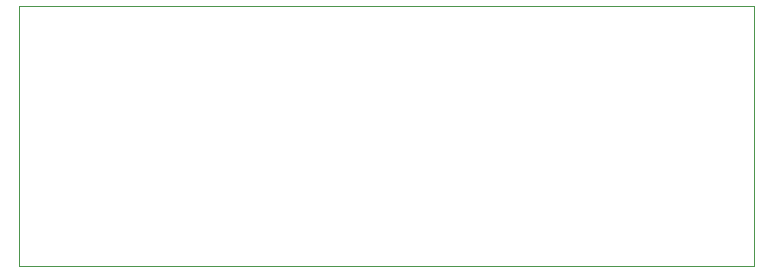
<source format=gbr>
%TF.GenerationSoftware,KiCad,Pcbnew,9.0.6*%
%TF.CreationDate,2025-11-29T13:07:23-06:00*%
%TF.ProjectId,Tony's devboard,546f6e79-2773-4206-9465-76626f617264,rev?*%
%TF.SameCoordinates,Original*%
%TF.FileFunction,Profile,NP*%
%FSLAX46Y46*%
G04 Gerber Fmt 4.6, Leading zero omitted, Abs format (unit mm)*
G04 Created by KiCad (PCBNEW 9.0.6) date 2025-11-29 13:07:23*
%MOMM*%
%LPD*%
G01*
G04 APERTURE LIST*
%TA.AperFunction,Profile*%
%ADD10C,0.050000*%
%TD*%
G04 APERTURE END LIST*
D10*
X89810000Y-33270000D02*
X152060000Y-33270000D01*
X152060000Y-55270000D01*
X89810000Y-55270000D01*
X89810000Y-33270000D01*
M02*

</source>
